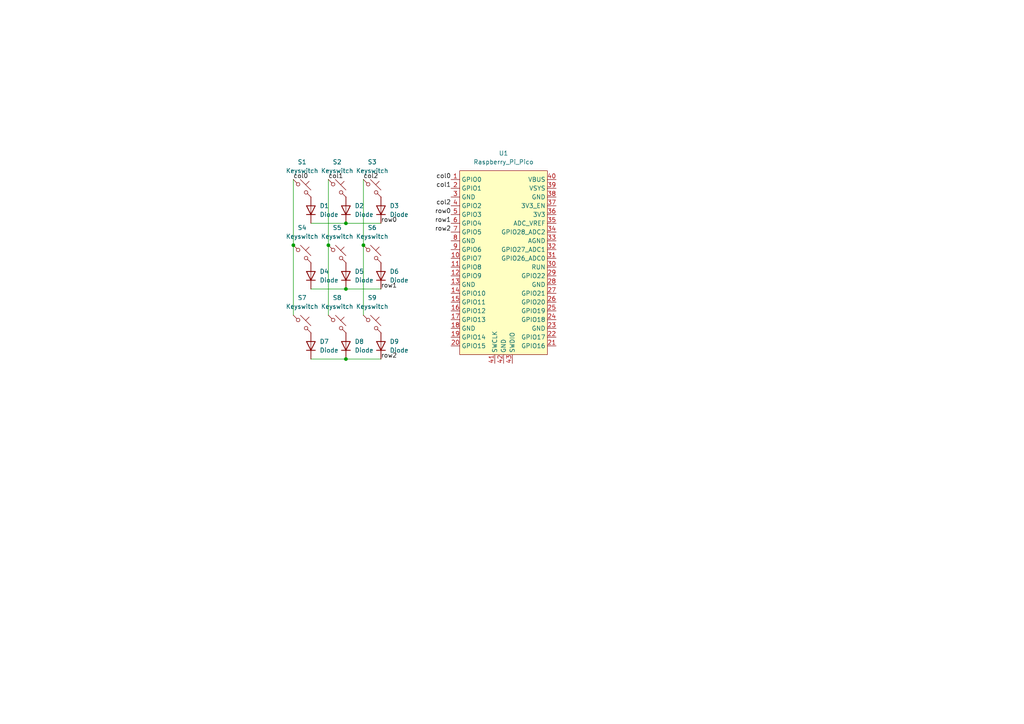
<source format=kicad_sch>
(kicad_sch (version 20231120) (generator "eeschema") (generator_version "8.0")
  (paper "A4")
  (lib_symbols
    (symbol "ScottoKeebs:MCU_Raspberry_Pi_Pico"
      (property "Reference" "U" (at 0 0 0))
      (property "Value" "Raspberry_Pi_Pico" (at 0 27.94 0))
      (symbol "MCU_Raspberry_Pi_Pico_0_1"
        (rectangle (start -12.7 26.67) (end 12.7 -26.67) (fill (type background)))
      )
      (symbol "MCU_Raspberry_Pi_Pico_1_1"
        (pin bidirectional line (at -15.24 24.13 0) (length 2.54) (name "GPIO0") (number "1"))
        (pin bidirectional line (at -15.24 1.27 0) (length 2.54) (name "GPIO7") (number "10"))
        (pin bidirectional line (at -15.24 -1.27 0) (length 2.54) (name "GPIO8") (number "11"))
        (pin bidirectional line (at -15.24 -3.81 0) (length 2.54) (name "GPIO9") (number "12"))
        (pin power_in line (at -15.24 -6.35 0) (length 2.54) (name "GND") (number "13"))
        (pin bidirectional line (at -15.24 -8.89 0) (length 2.54) (name "GPIO10") (number "14"))
        (pin bidirectional line (at -15.24 -11.43 0) (length 2.54) (name "GPIO11") (number "15"))
        (pin bidirectional line (at -15.24 -13.97 0) (length 2.54) (name "GPIO12") (number "16"))
        (pin bidirectional line (at -15.24 -16.51 0) (length 2.54) (name "GPIO13") (number "17"))
        (pin power_in line (at -15.24 -19.05 0) (length 2.54) (name "GND") (number "18"))
        (pin bidirectional line (at -15.24 -21.59 0) (length 2.54) (name "GPIO14") (number "19"))
        (pin bidirectional line (at -15.24 21.59 0) (length 2.54) (name "GPIO1") (number "2"))
        (pin bidirectional line (at -15.24 -24.13 0) (length 2.54) (name "GPIO15") (number "20"))
        (pin bidirectional line (at 15.24 -24.13 180) (length 2.54) (name "GPIO16") (number "21"))
        (pin bidirectional line (at 15.24 -21.59 180) (length 2.54) (name "GPIO17") (number "22"))
        (pin power_in line (at 15.24 -19.05 180) (length 2.54) (name "GND") (number "23"))
        (pin bidirectional line (at 15.24 -16.51 180) (length 2.54) (name "GPIO18") (number "24"))
        (pin bidirectional line (at 15.24 -13.97 180) (length 2.54) (name "GPIO19") (number "25"))
        (pin bidirectional line (at 15.24 -11.43 180) (length 2.54) (name "GPIO20") (number "26"))
        (pin bidirectional line (at 15.24 -8.89 180) (length 2.54) (name "GPIO21") (number "27"))
        (pin power_in line (at 15.24 -6.35 180) (length 2.54) (name "GND") (number "28"))
        (pin bidirectional line (at 15.24 -3.81 180) (length 2.54) (name "GPIO22") (number "29"))
        (pin power_in line (at -15.24 19.05 0) (length 2.54) (name "GND") (number "3"))
        (pin input line (at 15.24 -1.27 180) (length 2.54) (name "RUN") (number "30"))
        (pin bidirectional line (at 15.24 1.27 180) (length 2.54) (name "GPIO26_ADC0") (number "31"))
        (pin bidirectional line (at 15.24 3.81 180) (length 2.54) (name "GPIO27_ADC1") (number "32"))
        (pin power_in line (at 15.24 6.35 180) (length 2.54) (name "AGND") (number "33"))
        (pin bidirectional line (at 15.24 8.89 180) (length 2.54) (name "GPIO28_ADC2") (number "34"))
        (pin power_in line (at 15.24 11.43 180) (length 2.54) (name "ADC_VREF") (number "35"))
        (pin power_in line (at 15.24 13.97 180) (length 2.54) (name "3V3") (number "36"))
        (pin input line (at 15.24 16.51 180) (length 2.54) (name "3V3_EN") (number "37"))
        (pin bidirectional line (at 15.24 19.05 180) (length 2.54) (name "GND") (number "38"))
        (pin power_in line (at 15.24 21.59 180) (length 2.54) (name "VSYS") (number "39"))
        (pin bidirectional line (at -15.24 16.51 0) (length 2.54) (name "GPIO2") (number "4"))
        (pin power_in line (at 15.24 24.13 180) (length 2.54) (name "VBUS") (number "40"))
        (pin input line (at -2.54 -29.21 90) (length 2.54) (name "SWCLK") (number "41"))
        (pin power_in line (at 0 -29.21 90) (length 2.54) (name "GND") (number "42"))
        (pin bidirectional line (at 2.54 -29.21 90) (length 2.54) (name "SWDIO") (number "43"))
        (pin bidirectional line (at -15.24 13.97 0) (length 2.54) (name "GPIO3") (number "5"))
        (pin bidirectional line (at -15.24 11.43 0) (length 2.54) (name "GPIO4") (number "6"))
        (pin bidirectional line (at -15.24 8.89 0) (length 2.54) (name "GPIO5") (number "7"))
        (pin power_in line (at -15.24 6.35 0) (length 2.54) (name "GND") (number "8"))
        (pin bidirectional line (at -15.24 3.81 0) (length 2.54) (name "GPIO6") (number "9"))
      )
    )
    (symbol "ScottoKeebs:Placeholder_Diode" (pin_numbers hide) (pin_names hide)
      (property "Reference" "D" (at 0 2.54 0))
      (property "Value" "Diode" (at 0 -2.54 0))
      (symbol "Placeholder_Diode_0_1"
        (polyline (pts (xy -1.27 1.27) (xy -1.27 -1.27)) (stroke (width 0.254)))
        (polyline (pts (xy 1.27 0) (xy -1.27 0)))
        (polyline (pts (xy 1.27 1.27) (xy 1.27 -1.27) (xy -1.27 0) (xy 1.27 1.27)) (stroke (width 0.254)))
      )
      (symbol "Placeholder_Diode_1_1"
        (pin passive line (at -3.81 0 0) (length 2.54) (name "K") (number "1"))
        (pin passive line (at 3.81 0 180) (length 2.54) (name "A") (number "2"))
      )
    )
    (symbol "ScottoKeebs:Placeholder_Keyswitch" (pin_numbers hide) (pin_names (offset 1.016) hide)
      (property "Reference" "S" (at 3.048 1.016 0))
      (property "Value" "Keyswitch" (at 0 -3.81 0))
      (symbol "Placeholder_Keyswitch_0_1"
        (circle (center -1.1684 1.1684) (radius 0.508))
        (polyline (pts (xy -0.508 2.54) (xy 2.54 -0.508)))
        (polyline (pts (xy 1.016 1.016) (xy 2.032 2.032)))
        (polyline (pts (xy -2.54 2.54) (xy -1.524 1.524) (xy -1.524 1.524)))
        (polyline (pts (xy 1.524 -1.524) (xy 2.54 -2.54) (xy 2.54 -2.54) (xy 2.54 -2.54)))
        (circle (center 1.143 -1.1938) (radius 0.508))
        (pin passive line (at -2.54 2.54 0) (length 0) (name "1") (number "1"))
        (pin passive line (at 2.54 -2.54 180) (length 0) (name "2") (number "2"))
      )
    )
  )
  (junction (at 100.33 64.77))
  (junction (at 95.25 71.12))
  (junction (at 85.09 71.12))
  (junction (at 105.41 71.12))
  (junction (at 100.33 104.14))
  (junction (at 100.33 83.82))
  (wire (pts (xy 105.41 52.07) (xy 105.41 71.12)))
  (wire (pts (xy 95.25 52.07) (xy 95.25 71.12)))
  (wire (pts (xy 105.41 71.12) (xy 105.41 91.44)))
  (wire (pts (xy 90.17 83.82) (xy 100.33 83.82)))
  (wire (pts (xy 90.17 104.14) (xy 100.33 104.14)))
  (wire (pts (xy 100.33 64.77) (xy 110.49 64.77)))
  (wire (pts (xy 90.17 64.77) (xy 100.33 64.77)))
  (wire (pts (xy 85.09 71.12) (xy 85.09 91.44)))
  (wire (pts (xy 95.25 71.12) (xy 95.25 91.44)))
  (wire (pts (xy 100.33 83.82) (xy 110.49 83.82)))
  (wire (pts (xy 85.09 52.07) (xy 85.09 71.12)))
  (wire (pts (xy 100.33 104.14) (xy 110.49 104.14)))
  (label "col0" (at 85.09 52.07 0))
  (label "col1" (at 95.25 52.07 0))
  (label "row1" (at 130.81 64.77 180))
  (label "col0" (at 130.81 52.07 180))
  (label "row1" (at 110.49 83.82 0))
  (label "row2" (at 110.49 104.14 0))
  (label "col1" (at 130.81 54.61 180))
  (label "row0" (at 130.81 62.23 180))
  (label "row2" (at 130.81 67.31 180))
  (label "col2" (at 130.81 59.69 180))
  (label "col2" (at 105.41 52.07 0))
  (label "row0" (at 110.49 64.77 0))
  (symbol (lib_id "ScottoKeebs:Placeholder_Keyswitch") (at 97.79 54.61 0) (unit 1)
    (property "Reference" "S2" (at 97.79 46.99 0))
    (property "Value" "Keyswitch" (at 97.79 49.53 0))
    (property "Footprint" "ScottoKeebs_MX:MX_PCB_1.00u" (effects (hide yes)))
    (property "Description" "Push button switch, normally open, two pins, 45° tilted" (effects (hide yes)))
  )
  (symbol (lib_id "ScottoKeebs:Placeholder_Keyswitch") (at 107.95 54.61 0) (unit 1)
    (property "Reference" "S3" (at 107.95 46.99 0))
    (property "Value" "Keyswitch" (at 107.95 49.53 0))
    (property "Footprint" "ScottoKeebs_MX:MX_PCB_1.00u" (effects (hide yes)))
    (property "Description" "Push button switch, normally open, two pins, 45° tilted" (effects (hide yes)))
  )
  (symbol (lib_id "ScottoKeebs:Placeholder_Diode") (at 90.17 60.96 90) (unit 1)
    (property "Reference" "D1" (at 92.71 59.6899 90) (effects (justify right)))
    (property "Value" "Diode" (at 92.71 62.2299 90) (effects (justify right)))
    (property "Footprint" "ScottoKeebs_Components:Diode_DO-35" (effects (hide yes)))
    (property "Description" "1N4148 (DO-35) or 1N4148W (SOD-123)" (effects (hide yes)))
    (property "Sim.Device" "D" (effects (hide yes)))
    (property "Sim.Pins" "1=K 2=A" (effects (hide yes)))
  )
  (symbol (lib_id "ScottoKeebs:Placeholder_Diode") (at 100.33 100.33 90) (unit 1)
    (property "Reference" "D8" (at 102.87 99.0599 90) (effects (justify right)))
    (property "Value" "Diode" (at 102.87 101.5999 90) (effects (justify right)))
    (property "Footprint" "ScottoKeebs_Components:Diode_DO-35" (effects (hide yes)))
    (property "Description" "1N4148 (DO-35) or 1N4148W (SOD-123)" (effects (hide yes)))
    (property "Sim.Device" "D" (effects (hide yes)))
    (property "Sim.Pins" "1=K 2=A" (effects (hide yes)))
  )
  (symbol (lib_id "ScottoKeebs:Placeholder_Keyswitch") (at 97.79 73.66 0) (unit 1)
    (property "Reference" "S5" (at 97.79 66.04 0))
    (property "Value" "Keyswitch" (at 97.79 68.58 0))
    (property "Footprint" "ScottoKeebs_MX:MX_PCB_1.00u" (effects (hide yes)))
    (property "Description" "Push button switch, normally open, two pins, 45° tilted" (effects (hide yes)))
  )
  (symbol (lib_id "ScottoKeebs:Placeholder_Diode") (at 100.33 80.01 90) (unit 1)
    (property "Reference" "D5" (at 102.87 78.7399 90) (effects (justify right)))
    (property "Value" "Diode" (at 102.87 81.2799 90) (effects (justify right)))
    (property "Footprint" "ScottoKeebs_Components:Diode_DO-35" (effects (hide yes)))
    (property "Description" "1N4148 (DO-35) or 1N4148W (SOD-123)" (effects (hide yes)))
    (property "Sim.Device" "D" (effects (hide yes)))
    (property "Sim.Pins" "1=K 2=A" (effects (hide yes)))
  )
  (symbol (lib_id "ScottoKeebs:Placeholder_Keyswitch") (at 107.95 73.66 0) (unit 1)
    (property "Reference" "S6" (at 107.95 66.04 0))
    (property "Value" "Keyswitch" (at 107.95 68.58 0))
    (property "Footprint" "ScottoKeebs_MX:MX_PCB_1.00u" (effects (hide yes)))
    (property "Description" "Push button switch, normally open, two pins, 45° tilted" (effects (hide yes)))
  )
  (symbol (lib_id "ScottoKeebs:Placeholder_Keyswitch") (at 87.63 93.98 0) (unit 1)
    (property "Reference" "S7" (at 87.63 86.36 0))
    (property "Value" "Keyswitch" (at 87.63 88.9 0))
    (property "Footprint" "ScottoKeebs_MX:MX_PCB_1.00u" (effects (hide yes)))
    (property "Description" "Push button switch, normally open, two pins, 45° tilted" (effects (hide yes)))
  )
  (symbol (lib_id "ScottoKeebs:Placeholder_Diode") (at 90.17 100.33 90) (unit 1)
    (property "Reference" "D7" (at 92.71 99.0599 90) (effects (justify right)))
    (property "Value" "Diode" (at 92.71 101.5999 90) (effects (justify right)))
    (property "Footprint" "ScottoKeebs_Components:Diode_DO-35" (effects (hide yes)))
    (property "Description" "1N4148 (DO-35) or 1N4148W (SOD-123)" (effects (hide yes)))
    (property "Sim.Device" "D" (effects (hide yes)))
    (property "Sim.Pins" "1=K 2=A" (effects (hide yes)))
  )
  (symbol (lib_id "ScottoKeebs:Placeholder_Keyswitch") (at 87.63 73.66 0) (unit 1)
    (property "Reference" "S4" (at 87.63 66.04 0))
    (property "Value" "Keyswitch" (at 87.63 68.58 0))
    (property "Footprint" "ScottoKeebs_MX:MX_PCB_1.00u" (effects (hide yes)))
    (property "Description" "Push button switch, normally open, two pins, 45° tilted" (effects (hide yes)))
  )
  (symbol (lib_id "ScottoKeebs:Placeholder_Keyswitch") (at 97.79 93.98 0) (unit 1)
    (property "Reference" "S8" (at 97.79 86.36 0))
    (property "Value" "Keyswitch" (at 97.79 88.9 0))
    (property "Footprint" "ScottoKeebs_MX:MX_PCB_1.00u" (effects (hide yes)))
    (property "Description" "Push button switch, normally open, two pins, 45° tilted" (effects (hide yes)))
  )
  (symbol (lib_id "ScottoKeebs:Placeholder_Diode") (at 110.49 60.96 90) (unit 1)
    (property "Reference" "D3" (at 113.03 59.6899 90) (effects (justify right)))
    (property "Value" "Diode" (at 113.03 62.2299 90) (effects (justify right)))
    (property "Footprint" "ScottoKeebs_Components:Diode_DO-35" (effects (hide yes)))
    (property "Description" "1N4148 (DO-35) or 1N4148W (SOD-123)" (effects (hide yes)))
    (property "Sim.Device" "D" (effects (hide yes)))
    (property "Sim.Pins" "1=K 2=A" (effects (hide yes)))
  )
  (symbol (lib_id "ScottoKeebs:Placeholder_Keyswitch") (at 107.95 93.98 0) (unit 1)
    (property "Reference" "S9" (at 107.95 86.36 0))
    (property "Value" "Keyswitch" (at 107.95 88.9 0))
    (property "Footprint" "ScottoKeebs_MX:MX_PCB_1.00u" (effects (hide yes)))
    (property "Description" "Push button switch, normally open, two pins, 45° tilted" (effects (hide yes)))
  )
  (symbol (lib_id "ScottoKeebs:Placeholder_Diode") (at 90.17 80.01 90) (unit 1)
    (property "Reference" "D4" (at 92.71 78.7399 90) (effects (justify right)))
    (property "Value" "Diode" (at 92.71 81.2799 90) (effects (justify right)))
    (property "Footprint" "ScottoKeebs_Components:Diode_DO-35" (effects (hide yes)))
    (property "Description" "1N4148 (DO-35) or 1N4148W (SOD-123)" (effects (hide yes)))
    (property "Sim.Device" "D" (effects (hide yes)))
    (property "Sim.Pins" "1=K 2=A" (effects (hide yes)))
  )
  (symbol (lib_id "ScottoKeebs:Placeholder_Keyswitch") (at 87.63 54.61 0) (unit 1)
    (property "Reference" "S1" (at 87.63 46.99 0))
    (property "Value" "Keyswitch" (at 87.63 49.53 0))
    (property "Footprint" "ScottoKeebs_MX:MX_PCB_1.00u" (effects (hide yes)))
    (property "Description" "Push button switch, normally open, two pins, 45° tilted" (effects (hide yes)))
  )
  (symbol (lib_id "ScottoKeebs:Placeholder_Diode") (at 110.49 80.01 90) (unit 1)
    (property "Reference" "D6" (at 113.03 78.7399 90) (effects (justify right)))
    (property "Value" "Diode" (at 113.03 81.2799 90) (effects (justify right)))
    (property "Footprint" "ScottoKeebs_Components:Diode_DO-35" (effects (hide yes)))
    (property "Description" "1N4148 (DO-35) or 1N4148W (SOD-123)" (effects (hide yes)))
    (property "Sim.Device" "D" (effects (hide yes)))
    (property "Sim.Pins" "1=K 2=A" (effects (hide yes)))
  )
  (symbol (lib_id "ScottoKeebs:MCU_Raspberry_Pi_Pico") (at 146.05 76.2 0) (unit 1)
    (property "Reference" "U1" (at 146.05 44.45 0))
    (property "Value" "Raspberry_Pi_Pico" (at 146.05 46.99 0))
    (property "Footprint" "ScottoKeebs_MCU:Raspberry_Pi_Pico" (effects (hide yes)))
  )
  (symbol (lib_id "ScottoKeebs:Placeholder_Diode") (at 100.33 60.96 90) (unit 1)
    (property "Reference" "D2" (at 102.87 59.6899 90) (effects (justify right)))
    (property "Value" "Diode" (at 102.87 62.2299 90) (effects (justify right)))
    (property "Footprint" "ScottoKeebs_Components:Diode_DO-35" (effects (hide yes)))
    (property "Description" "1N4148 (DO-35) or 1N4148W (SOD-123)" (effects (hide yes)))
    (property "Sim.Device" "D" (effects (hide yes)))
    (property "Sim.Pins" "1=K 2=A" (effects (hide yes)))
  )
  (symbol (lib_id "ScottoKeebs:Placeholder_Diode") (at 110.49 100.33 90) (unit 1)
    (property "Reference" "D9" (at 113.03 99.0599 90) (effects (justify right)))
    (property "Value" "Diode" (at 113.03 101.5999 90) (effects (justify right)))
    (property "Footprint" "ScottoKeebs_Components:Diode_DO-35" (effects (hide yes)))
    (property "Description" "1N4148 (DO-35) or 1N4148W (SOD-123)" (effects (hide yes)))
    (property "Sim.Device" "D" (effects (hide yes)))
    (property "Sim.Pins" "1=K 2=A" (effects (hide yes)))
  )
)
</source>
